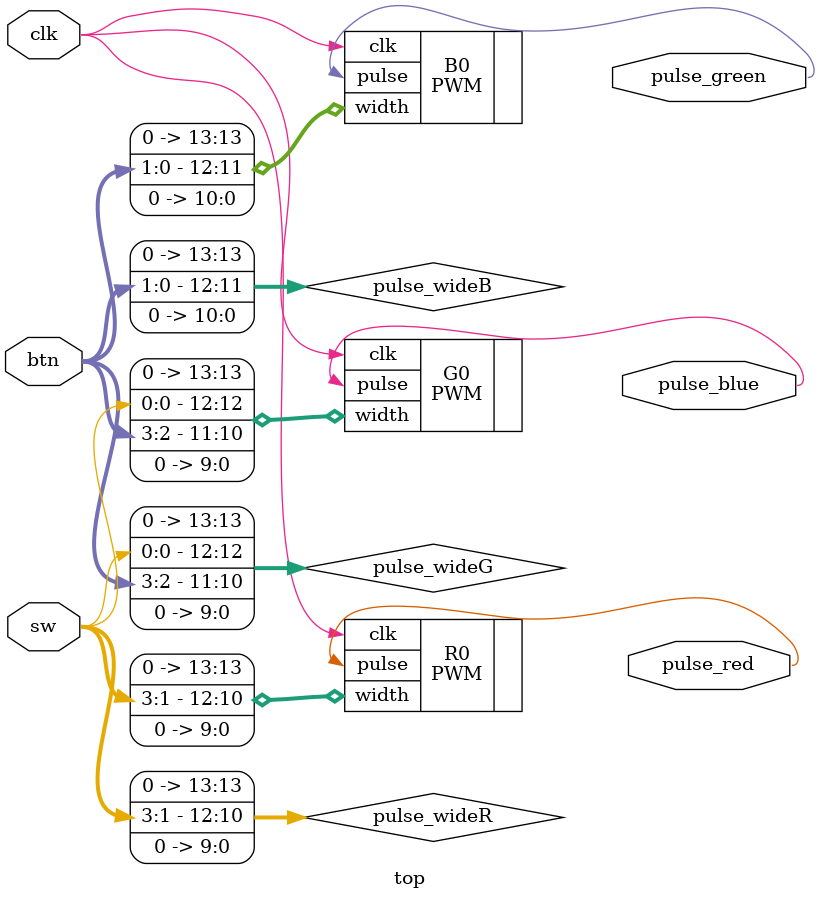
<source format=v>

module top (
    input wire clk,
    input wire [3:0] sw,
    input wire [3:0] btn,
    output wire pulse_red,
    pulse_blue,
    pulse_green
);
  wire [13:0] pulse_wideR, pulse_wideB, pulse_wideG;

  assign pulse_wideR = {1'b0, sw[3:1], 10'd0};
  assign pulse_wideG = {1'b0, sw[0], btn[3:2], 10'd0};
  assign pulse_wideB = {btn[1:0], 11'd0};

  PWM R0 (
      .clk  (clk),
      .pulse(pulse_red),
      .width(pulse_wideR)
  );
  PWM B0 (
      .clk  (clk),
      .pulse(pulse_green),
      .width(pulse_wideB)
  );
  PWM G0 (
      .clk  (clk),
      .pulse(pulse_blue),
      .width(pulse_wideG)
  );


endmodule

</source>
